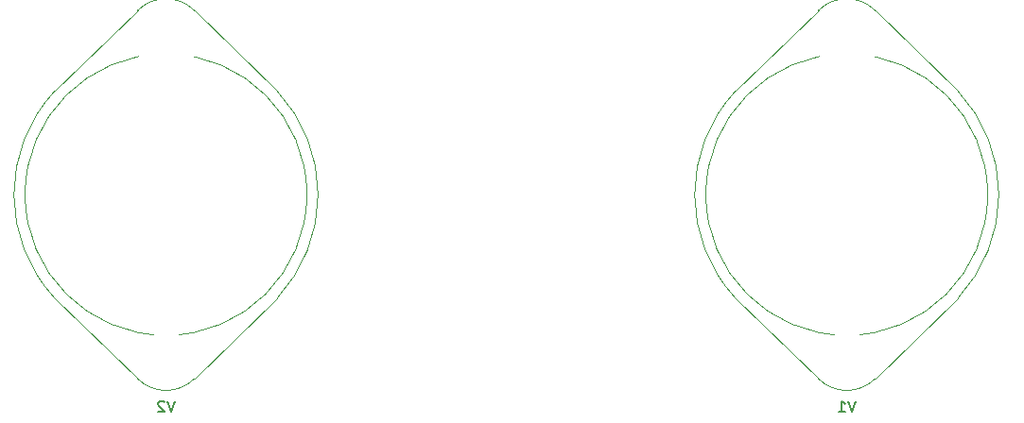
<source format=gbo>
G04 #@! TF.GenerationSoftware,KiCad,Pcbnew,6.0.6-3a73a75311~116~ubuntu22.04.1*
G04 #@! TF.CreationDate,2022-07-16T14:36:57-04:00*
G04 #@! TF.ProjectId,it_is_the_champion,69745f69-735f-4746-9865-5f6368616d70,0.1*
G04 #@! TF.SameCoordinates,Original*
G04 #@! TF.FileFunction,Legend,Bot*
G04 #@! TF.FilePolarity,Positive*
%FSLAX46Y46*%
G04 Gerber Fmt 4.6, Leading zero omitted, Abs format (unit mm)*
G04 Created by KiCad (PCBNEW 6.0.6-3a73a75311~116~ubuntu22.04.1) date 2022-07-16 14:36:57*
%MOMM*%
%LPD*%
G01*
G04 APERTURE LIST*
%ADD10C,0.150000*%
%ADD11C,0.120000*%
%ADD12R,1.600000X1.600000*%
%ADD13C,1.600000*%
%ADD14C,2.000000*%
%ADD15C,2.500000*%
%ADD16O,1.600000X1.600000*%
%ADD17C,2.400000*%
%ADD18O,2.400000X2.400000*%
%ADD19C,5.600000*%
%ADD20R,2.400000X2.400000*%
%ADD21C,2.800000*%
%ADD22C,2.550000*%
%ADD23R,2.200000X2.200000*%
%ADD24O,2.200000X2.200000*%
%ADD25C,5.599999*%
%ADD26R,3.200000X3.200000*%
%ADD27C,3.200000*%
%ADD28C,1.000000*%
%ADD29C,6.000000*%
%ADD30C,4.000000*%
%ADD31O,3.500000X3.500000*%
G04 APERTURE END LIST*
D10*
X163369523Y-113752380D02*
X163036190Y-114752380D01*
X162702857Y-113752380D01*
X162417142Y-113847619D02*
X162369523Y-113800000D01*
X162274285Y-113752380D01*
X162036190Y-113752380D01*
X161940952Y-113800000D01*
X161893333Y-113847619D01*
X161845714Y-113942857D01*
X161845714Y-114038095D01*
X161893333Y-114180952D01*
X162464761Y-114752380D01*
X161845714Y-114752380D01*
X224329523Y-113752380D02*
X223996190Y-114752380D01*
X223662857Y-113752380D01*
X222805714Y-114752380D02*
X223377142Y-114752380D01*
X223091428Y-114752380D02*
X223091428Y-113752380D01*
X223186666Y-113895238D01*
X223281904Y-113990476D01*
X223377142Y-114038095D01*
D11*
X160020000Y-78740000D02*
X152603402Y-85957175D01*
X165100000Y-78740000D02*
X172489644Y-85928380D01*
X165100000Y-111760000D02*
X172495923Y-104564927D01*
X152630355Y-104571621D02*
X160020000Y-111760000D01*
X176179487Y-95250000D02*
G75*
G03*
X172489644Y-85928380I-13619487J0D01*
G01*
X152603402Y-85957175D02*
G75*
G03*
X152630356Y-104571620I9956598J-9292825D01*
G01*
X160020000Y-111760000D02*
G75*
G03*
X165100000Y-111760000I2540000J2540002D01*
G01*
X165100000Y-78740000D02*
G75*
G03*
X160020000Y-78740000I-2540000J-2540002D01*
G01*
X172495923Y-104564927D02*
G75*
G03*
X176179487Y-95250000I-9935923J9314927D01*
G01*
X175180000Y-95250000D02*
G75*
G03*
X175180000Y-95250000I-12620000J0D01*
G01*
X226060000Y-111760000D02*
X233455923Y-104564927D01*
X213590355Y-104571621D02*
X220980000Y-111760000D01*
X220980000Y-78740000D02*
X213563402Y-85957175D01*
X226060000Y-78740000D02*
X233449644Y-85928380D01*
X237139487Y-95250000D02*
G75*
G03*
X233449644Y-85928380I-13619487J0D01*
G01*
X213563402Y-85957175D02*
G75*
G03*
X213590356Y-104571620I9956598J-9292825D01*
G01*
X220980000Y-111760000D02*
G75*
G03*
X226060000Y-111760000I2540000J2540002D01*
G01*
X233455923Y-104564927D02*
G75*
G03*
X237139487Y-95250000I-9935923J9314927D01*
G01*
X226060000Y-78740000D02*
G75*
G03*
X220980000Y-78740000I-2540000J-2540002D01*
G01*
X236140000Y-95250000D02*
G75*
G03*
X236140000Y-95250000I-12620000J0D01*
G01*
%LPC*%
D12*
X254000000Y-108585000D03*
D13*
X254000000Y-111085000D03*
X238760000Y-67310000D03*
X233760000Y-67310000D03*
D14*
X218600000Y-74930000D03*
X228600000Y-74930000D03*
X218600000Y-67310000D03*
X228600000Y-67310000D03*
D12*
X201930000Y-87630000D03*
D13*
X201930000Y-90130000D03*
X203200000Y-103505000D03*
X208200000Y-103505000D03*
D15*
X213360000Y-49530000D03*
X208860000Y-49530000D03*
G36*
G01*
X214360000Y-60780000D02*
X214360000Y-62280000D01*
G75*
G02*
X214110000Y-62530000I-250000J0D01*
G01*
X212610000Y-62530000D01*
G75*
G02*
X212360000Y-62280000I0J250000D01*
G01*
X212360000Y-60780000D01*
G75*
G02*
X212610000Y-60530000I250000J0D01*
G01*
X214110000Y-60530000D01*
G75*
G02*
X214360000Y-60780000I0J-250000D01*
G01*
G37*
D14*
X208860000Y-61530000D03*
D13*
X248920000Y-92710000D03*
D16*
X259080000Y-92710000D03*
D13*
X248920000Y-102870000D03*
D16*
X259080000Y-102870000D03*
D17*
X233680000Y-120650000D03*
D18*
X213360000Y-120650000D03*
D15*
X233680000Y-49530000D03*
X224680000Y-49530000D03*
X229180000Y-49530000D03*
G36*
G01*
X234680000Y-60780000D02*
X234680000Y-62280000D01*
G75*
G02*
X234430000Y-62530000I-250000J0D01*
G01*
X232930000Y-62530000D01*
G75*
G02*
X232680000Y-62280000I0J250000D01*
G01*
X232680000Y-60780000D01*
G75*
G02*
X232930000Y-60530000I250000J0D01*
G01*
X234430000Y-60530000D01*
G75*
G02*
X234680000Y-60780000I0J-250000D01*
G01*
G37*
D14*
X229180000Y-61530000D03*
X224680000Y-61530000D03*
D13*
X207010000Y-87630000D03*
D16*
X207010000Y-97790000D03*
D17*
X182880000Y-107950000D03*
D18*
X182880000Y-87630000D03*
D17*
X140970000Y-74930000D03*
D18*
X140970000Y-95250000D03*
D13*
X193040000Y-72390000D03*
X188040000Y-72390000D03*
X152480000Y-72390000D03*
X157480000Y-72390000D03*
X142875000Y-69850000D03*
D16*
X132715000Y-69850000D03*
D13*
X248920000Y-97790000D03*
D16*
X259080000Y-97790000D03*
D19*
X127000000Y-49530000D03*
X256540000Y-49530000D03*
X256540000Y-140970000D03*
X127000000Y-140970000D03*
D14*
X125730000Y-75090000D03*
X125730000Y-85090000D03*
D13*
X187960000Y-95250000D03*
D16*
X198120000Y-95250000D03*
D17*
X132715000Y-95250000D03*
D18*
X132715000Y-74930000D03*
D17*
X243840000Y-107950000D03*
D18*
X243840000Y-87630000D03*
D13*
X187960000Y-100330000D03*
D16*
X198120000Y-100330000D03*
D17*
X172720000Y-123190000D03*
D18*
X152400000Y-123190000D03*
D19*
X210820000Y-80010000D03*
X236220000Y-110490000D03*
X149860000Y-80010000D03*
X175260000Y-110490000D03*
D20*
X210820000Y-130810000D03*
D17*
X210820000Y-138310000D03*
D21*
X128440000Y-129540000D03*
X128440000Y-134340000D03*
G36*
G01*
X141214999Y-128265000D02*
X143265001Y-128265000D01*
G75*
G02*
X143515000Y-128514999I0J-249999D01*
G01*
X143515000Y-130565001D01*
G75*
G02*
X143265001Y-130815000I-249999J0D01*
G01*
X141214999Y-130815000D01*
G75*
G02*
X140965000Y-130565001I0J249999D01*
G01*
X140965000Y-128514999D01*
G75*
G02*
X141214999Y-128265000I249999J0D01*
G01*
G37*
D22*
X142240000Y-134340000D03*
D21*
X128440000Y-110490000D03*
X128440000Y-115290000D03*
G36*
G01*
X141214999Y-109215000D02*
X143265001Y-109215000D01*
G75*
G02*
X143515000Y-109464999I0J-249999D01*
G01*
X143515000Y-111515001D01*
G75*
G02*
X143265001Y-111765000I-249999J0D01*
G01*
X141214999Y-111765000D01*
G75*
G02*
X140965000Y-111515001I0J249999D01*
G01*
X140965000Y-109464999D01*
G75*
G02*
X141214999Y-109215000I249999J0D01*
G01*
G37*
D22*
X142240000Y-115290000D03*
D17*
X146050000Y-130810000D03*
D18*
X166370000Y-130810000D03*
D17*
X203200000Y-123190000D03*
D18*
X182880000Y-123190000D03*
D17*
X240665000Y-120650000D03*
D18*
X240665000Y-140970000D03*
D20*
X177800000Y-130810000D03*
D17*
X177800000Y-138310000D03*
D23*
X82550000Y-121285000D03*
D24*
X82550000Y-111125000D03*
D19*
X114300000Y-49530000D03*
D25*
X40640000Y-49530000D03*
D23*
X72390000Y-121285000D03*
D24*
X72390000Y-111125000D03*
D17*
X67310000Y-73660000D03*
D18*
X67310000Y-104140000D03*
D17*
X41910000Y-73660000D03*
D18*
X41910000Y-104140000D03*
D21*
X92710000Y-130640000D03*
X97510000Y-130640000D03*
X107110000Y-130640000D03*
X102310000Y-130640000D03*
G36*
G01*
X91435000Y-117865001D02*
X91435000Y-115814999D01*
G75*
G02*
X91684999Y-115565000I249999J0D01*
G01*
X93735001Y-115565000D01*
G75*
G02*
X93985000Y-115814999I0J-249999D01*
G01*
X93985000Y-117865001D01*
G75*
G02*
X93735001Y-118115000I-249999J0D01*
G01*
X91684999Y-118115000D01*
G75*
G02*
X91435000Y-117865001I0J249999D01*
G01*
G37*
D22*
X97510000Y-116840000D03*
X102310000Y-116840000D03*
X107110000Y-116840000D03*
D26*
X43180000Y-111760000D03*
D27*
X48260000Y-111760000D03*
X53340000Y-111760000D03*
X58420000Y-111760000D03*
D20*
X97790000Y-77216000D03*
D17*
X105290000Y-77216000D03*
D21*
X48260000Y-130640000D03*
X53060000Y-130640000D03*
G36*
G01*
X46985000Y-117865001D02*
X46985000Y-115814999D01*
G75*
G02*
X47234999Y-115565000I249999J0D01*
G01*
X49285001Y-115565000D01*
G75*
G02*
X49535000Y-115814999I0J-249999D01*
G01*
X49535000Y-117865001D01*
G75*
G02*
X49285001Y-118115000I-249999J0D01*
G01*
X47234999Y-118115000D01*
G75*
G02*
X46985000Y-117865001I0J249999D01*
G01*
G37*
D22*
X53060000Y-116840000D03*
D20*
X50800000Y-96266000D03*
D17*
X58300000Y-96266000D03*
D20*
X50800000Y-78486000D03*
D17*
X58300000Y-78486000D03*
D20*
X77470000Y-97536000D03*
D17*
X84970000Y-97536000D03*
D20*
X97790000Y-97536000D03*
D17*
X105290000Y-97536000D03*
D21*
X107162000Y-50716000D03*
X102362000Y-50716000D03*
X97562000Y-50716000D03*
X87962000Y-50716000D03*
X92762000Y-50716000D03*
G36*
G01*
X108437000Y-63490999D02*
X108437000Y-65541001D01*
G75*
G02*
X108187001Y-65791000I-249999J0D01*
G01*
X106136999Y-65791000D01*
G75*
G02*
X105887000Y-65541001I0J249999D01*
G01*
X105887000Y-63490999D01*
G75*
G02*
X106136999Y-63241000I249999J0D01*
G01*
X108187001Y-63241000D01*
G75*
G02*
X108437000Y-63490999I0J-249999D01*
G01*
G37*
D22*
X102362000Y-64516000D03*
X97562000Y-64516000D03*
X92762000Y-64516000D03*
X87962000Y-64516000D03*
D17*
X115570000Y-73660000D03*
D18*
X115570000Y-104140000D03*
D23*
X82550000Y-134620000D03*
D24*
X82550000Y-124460000D03*
D21*
X53340000Y-50546000D03*
X48540000Y-50546000D03*
G36*
G01*
X54615000Y-63320999D02*
X54615000Y-65371001D01*
G75*
G02*
X54365001Y-65621000I-249999J0D01*
G01*
X52314999Y-65621000D01*
G75*
G02*
X52065000Y-65371001I0J249999D01*
G01*
X52065000Y-63320999D01*
G75*
G02*
X52314999Y-63071000I249999J0D01*
G01*
X54365001Y-63071000D01*
G75*
G02*
X54615000Y-63320999I0J-249999D01*
G01*
G37*
D22*
X48540000Y-64346000D03*
D19*
X114300000Y-132080000D03*
X40640000Y-132080000D03*
D20*
X77470000Y-77216000D03*
D17*
X84970000Y-77216000D03*
D23*
X67310000Y-124460000D03*
D24*
X67310000Y-134620000D03*
D23*
X67310000Y-111125000D03*
D24*
X67310000Y-121285000D03*
D23*
X77470000Y-124460000D03*
D24*
X77470000Y-134620000D03*
D23*
X77470000Y-111125000D03*
D24*
X77470000Y-121285000D03*
D23*
X72390000Y-134620000D03*
D24*
X72390000Y-124460000D03*
D15*
X243785000Y-49595000D03*
X248285000Y-49595000D03*
G36*
G01*
X249285000Y-60845000D02*
X249285000Y-62345000D01*
G75*
G02*
X249035000Y-62595000I-250000J0D01*
G01*
X247535000Y-62595000D01*
G75*
G02*
X247285000Y-62345000I0J250000D01*
G01*
X247285000Y-60845000D01*
G75*
G02*
X247535000Y-60595000I250000J0D01*
G01*
X249035000Y-60595000D01*
G75*
G02*
X249285000Y-60845000I0J-250000D01*
G01*
G37*
D14*
X243785000Y-61595000D03*
D15*
X135835000Y-49595000D03*
X140335000Y-49595000D03*
G36*
G01*
X141335000Y-60845000D02*
X141335000Y-62345000D01*
G75*
G02*
X141085000Y-62595000I-250000J0D01*
G01*
X139585000Y-62595000D01*
G75*
G02*
X139335000Y-62345000I0J250000D01*
G01*
X139335000Y-60845000D01*
G75*
G02*
X139585000Y-60595000I250000J0D01*
G01*
X141085000Y-60595000D01*
G75*
G02*
X141335000Y-60845000I0J-250000D01*
G01*
G37*
D14*
X135835000Y-61595000D03*
D17*
X193040000Y-80010000D03*
D18*
X172720000Y-80010000D03*
D17*
X251460000Y-80010000D03*
D18*
X231140000Y-80010000D03*
D28*
X162560000Y-95250000D03*
D29*
X162560000Y-81000000D03*
D30*
X162560000Y-109500000D03*
D31*
X154065322Y-101421745D03*
X152060000Y-95250000D03*
X154065322Y-89078255D03*
X159315322Y-85263907D03*
X165804678Y-85263907D03*
X171054678Y-89078255D03*
X173060000Y-95250000D03*
X171054678Y-101421745D03*
X165804678Y-105236093D03*
D29*
X223520000Y-81000000D03*
D28*
X223520000Y-95250000D03*
D30*
X223520000Y-109500000D03*
D31*
X215025322Y-101421745D03*
X213020000Y-95250000D03*
X215025322Y-89078255D03*
X220275322Y-85263907D03*
X226764678Y-85263907D03*
X232014678Y-89078255D03*
X234020000Y-95250000D03*
X232014678Y-101421745D03*
X226764678Y-105236093D03*
M02*

</source>
